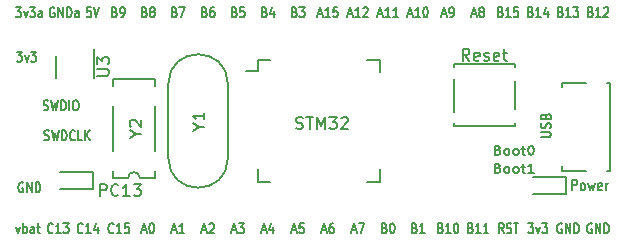
<source format=gto>
G04 #@! TF.FileFunction,Legend,Top*
%FSLAX46Y46*%
G04 Gerber Fmt 4.6, Leading zero omitted, Abs format (unit mm)*
G04 Created by KiCad (PCBNEW 4.0.6) date 10/14/17 17:52:05*
%MOMM*%
%LPD*%
G01*
G04 APERTURE LIST*
%ADD10C,0.150000*%
%ADD11C,0.187500*%
%ADD12C,0.175000*%
%ADD13C,0.200000*%
G04 APERTURE END LIST*
D10*
D11*
X58665724Y-24238229D02*
X59353819Y-24238229D01*
X59434771Y-24202514D01*
X59475248Y-24166800D01*
X59515724Y-24095371D01*
X59515724Y-23952514D01*
X59475248Y-23881086D01*
X59434771Y-23845371D01*
X59353819Y-23809657D01*
X58665724Y-23809657D01*
X59475248Y-23488229D02*
X59515724Y-23381086D01*
X59515724Y-23202515D01*
X59475248Y-23131086D01*
X59434771Y-23095372D01*
X59353819Y-23059657D01*
X59272867Y-23059657D01*
X59191914Y-23095372D01*
X59151438Y-23131086D01*
X59110962Y-23202515D01*
X59070486Y-23345372D01*
X59030010Y-23416800D01*
X58989533Y-23452515D01*
X58908581Y-23488229D01*
X58827629Y-23488229D01*
X58746676Y-23452515D01*
X58706200Y-23416800D01*
X58665724Y-23345372D01*
X58665724Y-23166800D01*
X58706200Y-23059657D01*
X59070486Y-22488229D02*
X59110962Y-22381086D01*
X59151438Y-22345371D01*
X59232390Y-22309657D01*
X59353819Y-22309657D01*
X59434771Y-22345371D01*
X59475248Y-22381086D01*
X59515724Y-22452514D01*
X59515724Y-22738229D01*
X58665724Y-22738229D01*
X58665724Y-22488229D01*
X58706200Y-22416800D01*
X58746676Y-22381086D01*
X58827629Y-22345371D01*
X58908581Y-22345371D01*
X58989533Y-22381086D01*
X59030010Y-22416800D01*
X59070486Y-22488229D01*
X59070486Y-22738229D01*
D12*
X14279667Y-17009724D02*
X14713000Y-17009724D01*
X14479667Y-17333533D01*
X14579667Y-17333533D01*
X14646334Y-17374010D01*
X14679667Y-17414486D01*
X14713000Y-17495438D01*
X14713000Y-17697819D01*
X14679667Y-17778771D01*
X14646334Y-17819248D01*
X14579667Y-17859724D01*
X14379667Y-17859724D01*
X14313000Y-17819248D01*
X14279667Y-17778771D01*
X14946334Y-17293057D02*
X15113001Y-17859724D01*
X15279667Y-17293057D01*
X15479667Y-17009724D02*
X15913000Y-17009724D01*
X15679667Y-17333533D01*
X15779667Y-17333533D01*
X15846334Y-17374010D01*
X15879667Y-17414486D01*
X15913000Y-17495438D01*
X15913000Y-17697819D01*
X15879667Y-17778771D01*
X15846334Y-17819248D01*
X15779667Y-17859724D01*
X15579667Y-17859724D01*
X15513000Y-17819248D01*
X15479667Y-17778771D01*
X16550667Y-21934048D02*
X16650667Y-21974524D01*
X16817334Y-21974524D01*
X16884001Y-21934048D01*
X16917334Y-21893571D01*
X16950667Y-21812619D01*
X16950667Y-21731667D01*
X16917334Y-21650714D01*
X16884001Y-21610238D01*
X16817334Y-21569762D01*
X16684001Y-21529286D01*
X16617334Y-21488810D01*
X16584001Y-21448333D01*
X16550667Y-21367381D01*
X16550667Y-21286429D01*
X16584001Y-21205476D01*
X16617334Y-21165000D01*
X16684001Y-21124524D01*
X16850667Y-21124524D01*
X16950667Y-21165000D01*
X17184001Y-21124524D02*
X17350668Y-21974524D01*
X17484001Y-21367381D01*
X17617334Y-21974524D01*
X17784001Y-21124524D01*
X18050668Y-21974524D02*
X18050668Y-21124524D01*
X18217334Y-21124524D01*
X18317334Y-21165000D01*
X18384001Y-21245952D01*
X18417334Y-21326905D01*
X18450668Y-21488810D01*
X18450668Y-21610238D01*
X18417334Y-21772143D01*
X18384001Y-21853095D01*
X18317334Y-21934048D01*
X18217334Y-21974524D01*
X18050668Y-21974524D01*
X18750668Y-21974524D02*
X18750668Y-21124524D01*
X19217334Y-21124524D02*
X19350667Y-21124524D01*
X19417334Y-21165000D01*
X19484001Y-21245952D01*
X19517334Y-21407857D01*
X19517334Y-21691190D01*
X19484001Y-21853095D01*
X19417334Y-21934048D01*
X19350667Y-21974524D01*
X19217334Y-21974524D01*
X19150667Y-21934048D01*
X19084001Y-21853095D01*
X19050667Y-21691190D01*
X19050667Y-21407857D01*
X19084001Y-21245952D01*
X19150667Y-21165000D01*
X19217334Y-21124524D01*
X16608666Y-24474048D02*
X16708666Y-24514524D01*
X16875333Y-24514524D01*
X16942000Y-24474048D01*
X16975333Y-24433571D01*
X17008666Y-24352619D01*
X17008666Y-24271667D01*
X16975333Y-24190714D01*
X16942000Y-24150238D01*
X16875333Y-24109762D01*
X16742000Y-24069286D01*
X16675333Y-24028810D01*
X16642000Y-23988333D01*
X16608666Y-23907381D01*
X16608666Y-23826429D01*
X16642000Y-23745476D01*
X16675333Y-23705000D01*
X16742000Y-23664524D01*
X16908666Y-23664524D01*
X17008666Y-23705000D01*
X17242000Y-23664524D02*
X17408667Y-24514524D01*
X17542000Y-23907381D01*
X17675333Y-24514524D01*
X17842000Y-23664524D01*
X18108667Y-24514524D02*
X18108667Y-23664524D01*
X18275333Y-23664524D01*
X18375333Y-23705000D01*
X18442000Y-23785952D01*
X18475333Y-23866905D01*
X18508667Y-24028810D01*
X18508667Y-24150238D01*
X18475333Y-24312143D01*
X18442000Y-24393095D01*
X18375333Y-24474048D01*
X18275333Y-24514524D01*
X18108667Y-24514524D01*
X19208667Y-24433571D02*
X19175333Y-24474048D01*
X19075333Y-24514524D01*
X19008667Y-24514524D01*
X18908667Y-24474048D01*
X18842000Y-24393095D01*
X18808667Y-24312143D01*
X18775333Y-24150238D01*
X18775333Y-24028810D01*
X18808667Y-23866905D01*
X18842000Y-23785952D01*
X18908667Y-23705000D01*
X19008667Y-23664524D01*
X19075333Y-23664524D01*
X19175333Y-23705000D01*
X19208667Y-23745476D01*
X19842000Y-24514524D02*
X19508667Y-24514524D01*
X19508667Y-23664524D01*
X20075334Y-24514524D02*
X20075334Y-23664524D01*
X20475334Y-24514524D02*
X20175334Y-24028810D01*
X20475334Y-23664524D02*
X20075334Y-24150238D01*
X14808267Y-28124600D02*
X14741601Y-28084124D01*
X14641601Y-28084124D01*
X14541601Y-28124600D01*
X14474934Y-28205552D01*
X14441601Y-28286505D01*
X14408267Y-28448410D01*
X14408267Y-28569838D01*
X14441601Y-28731743D01*
X14474934Y-28812695D01*
X14541601Y-28893648D01*
X14641601Y-28934124D01*
X14708267Y-28934124D01*
X14808267Y-28893648D01*
X14841601Y-28853171D01*
X14841601Y-28569838D01*
X14708267Y-28569838D01*
X15141601Y-28934124D02*
X15141601Y-28084124D01*
X15541601Y-28934124D01*
X15541601Y-28084124D01*
X15874934Y-28934124D02*
X15874934Y-28084124D01*
X16041600Y-28084124D01*
X16141600Y-28124600D01*
X16208267Y-28205552D01*
X16241600Y-28286505D01*
X16274934Y-28448410D01*
X16274934Y-28569838D01*
X16241600Y-28731743D01*
X16208267Y-28812695D01*
X16141600Y-28893648D01*
X16041600Y-28934124D01*
X15874934Y-28934124D01*
D13*
X21323514Y-29230581D02*
X21323514Y-28230581D01*
X21704467Y-28230581D01*
X21799705Y-28278200D01*
X21847324Y-28325819D01*
X21894943Y-28421057D01*
X21894943Y-28563914D01*
X21847324Y-28659152D01*
X21799705Y-28706771D01*
X21704467Y-28754390D01*
X21323514Y-28754390D01*
X22894943Y-29135343D02*
X22847324Y-29182962D01*
X22704467Y-29230581D01*
X22609229Y-29230581D01*
X22466371Y-29182962D01*
X22371133Y-29087724D01*
X22323514Y-28992486D01*
X22275895Y-28802010D01*
X22275895Y-28659152D01*
X22323514Y-28468676D01*
X22371133Y-28373438D01*
X22466371Y-28278200D01*
X22609229Y-28230581D01*
X22704467Y-28230581D01*
X22847324Y-28278200D01*
X22894943Y-28325819D01*
X23847324Y-29230581D02*
X23275895Y-29230581D01*
X23561609Y-29230581D02*
X23561609Y-28230581D01*
X23466371Y-28373438D01*
X23371133Y-28468676D01*
X23275895Y-28516295D01*
X24180657Y-28230581D02*
X24799705Y-28230581D01*
X24466371Y-28611533D01*
X24609229Y-28611533D01*
X24704467Y-28659152D01*
X24752086Y-28706771D01*
X24799705Y-28802010D01*
X24799705Y-29040105D01*
X24752086Y-29135343D01*
X24704467Y-29182962D01*
X24609229Y-29230581D01*
X24323514Y-29230581D01*
X24228276Y-29182962D01*
X24180657Y-29135343D01*
D11*
X61306657Y-28730924D02*
X61306657Y-27880924D01*
X61592372Y-27880924D01*
X61663800Y-27921400D01*
X61699515Y-27961876D01*
X61735229Y-28042829D01*
X61735229Y-28164257D01*
X61699515Y-28245210D01*
X61663800Y-28285686D01*
X61592372Y-28326162D01*
X61306657Y-28326162D01*
X62163800Y-28730924D02*
X62092372Y-28690448D01*
X62056657Y-28649971D01*
X62020943Y-28569019D01*
X62020943Y-28326162D01*
X62056657Y-28245210D01*
X62092372Y-28204733D01*
X62163800Y-28164257D01*
X62270943Y-28164257D01*
X62342372Y-28204733D01*
X62378086Y-28245210D01*
X62413800Y-28326162D01*
X62413800Y-28569019D01*
X62378086Y-28649971D01*
X62342372Y-28690448D01*
X62270943Y-28730924D01*
X62163800Y-28730924D01*
X62663800Y-28164257D02*
X62806657Y-28730924D01*
X62949514Y-28326162D01*
X63092371Y-28730924D01*
X63235228Y-28164257D01*
X63806657Y-28690448D02*
X63735228Y-28730924D01*
X63592371Y-28730924D01*
X63520942Y-28690448D01*
X63485228Y-28609495D01*
X63485228Y-28285686D01*
X63520942Y-28204733D01*
X63592371Y-28164257D01*
X63735228Y-28164257D01*
X63806657Y-28204733D01*
X63842371Y-28285686D01*
X63842371Y-28366638D01*
X63485228Y-28447590D01*
X64163799Y-28730924D02*
X64163799Y-28164257D01*
X64163799Y-28326162D02*
X64199514Y-28245210D01*
X64235228Y-28204733D01*
X64306657Y-28164257D01*
X64378085Y-28164257D01*
X55032047Y-26870429D02*
X55153476Y-26906143D01*
X55193952Y-26941857D01*
X55234428Y-27013286D01*
X55234428Y-27120429D01*
X55193952Y-27191857D01*
X55153476Y-27227571D01*
X55072523Y-27263286D01*
X54748714Y-27263286D01*
X54748714Y-26513286D01*
X55032047Y-26513286D01*
X55113000Y-26549000D01*
X55153476Y-26584714D01*
X55193952Y-26656143D01*
X55193952Y-26727571D01*
X55153476Y-26799000D01*
X55113000Y-26834714D01*
X55032047Y-26870429D01*
X54748714Y-26870429D01*
X55720143Y-27263286D02*
X55639190Y-27227571D01*
X55598714Y-27191857D01*
X55558238Y-27120429D01*
X55558238Y-26906143D01*
X55598714Y-26834714D01*
X55639190Y-26799000D01*
X55720143Y-26763286D01*
X55841571Y-26763286D01*
X55922523Y-26799000D01*
X55963000Y-26834714D01*
X56003476Y-26906143D01*
X56003476Y-27120429D01*
X55963000Y-27191857D01*
X55922523Y-27227571D01*
X55841571Y-27263286D01*
X55720143Y-27263286D01*
X56489191Y-27263286D02*
X56408238Y-27227571D01*
X56367762Y-27191857D01*
X56327286Y-27120429D01*
X56327286Y-26906143D01*
X56367762Y-26834714D01*
X56408238Y-26799000D01*
X56489191Y-26763286D01*
X56610619Y-26763286D01*
X56691571Y-26799000D01*
X56732048Y-26834714D01*
X56772524Y-26906143D01*
X56772524Y-27120429D01*
X56732048Y-27191857D01*
X56691571Y-27227571D01*
X56610619Y-27263286D01*
X56489191Y-27263286D01*
X57015381Y-26763286D02*
X57339191Y-26763286D01*
X57136810Y-26513286D02*
X57136810Y-27156143D01*
X57177286Y-27227571D01*
X57258239Y-27263286D01*
X57339191Y-27263286D01*
X58067762Y-27263286D02*
X57582048Y-27263286D01*
X57824905Y-27263286D02*
X57824905Y-26513286D01*
X57743953Y-26620429D01*
X57663000Y-26691857D01*
X57582048Y-26727571D01*
X55032047Y-25346429D02*
X55153476Y-25382143D01*
X55193952Y-25417857D01*
X55234428Y-25489286D01*
X55234428Y-25596429D01*
X55193952Y-25667857D01*
X55153476Y-25703571D01*
X55072523Y-25739286D01*
X54748714Y-25739286D01*
X54748714Y-24989286D01*
X55032047Y-24989286D01*
X55113000Y-25025000D01*
X55153476Y-25060714D01*
X55193952Y-25132143D01*
X55193952Y-25203571D01*
X55153476Y-25275000D01*
X55113000Y-25310714D01*
X55032047Y-25346429D01*
X54748714Y-25346429D01*
X55720143Y-25739286D02*
X55639190Y-25703571D01*
X55598714Y-25667857D01*
X55558238Y-25596429D01*
X55558238Y-25382143D01*
X55598714Y-25310714D01*
X55639190Y-25275000D01*
X55720143Y-25239286D01*
X55841571Y-25239286D01*
X55922523Y-25275000D01*
X55963000Y-25310714D01*
X56003476Y-25382143D01*
X56003476Y-25596429D01*
X55963000Y-25667857D01*
X55922523Y-25703571D01*
X55841571Y-25739286D01*
X55720143Y-25739286D01*
X56489191Y-25739286D02*
X56408238Y-25703571D01*
X56367762Y-25667857D01*
X56327286Y-25596429D01*
X56327286Y-25382143D01*
X56367762Y-25310714D01*
X56408238Y-25275000D01*
X56489191Y-25239286D01*
X56610619Y-25239286D01*
X56691571Y-25275000D01*
X56732048Y-25310714D01*
X56772524Y-25382143D01*
X56772524Y-25596429D01*
X56732048Y-25667857D01*
X56691571Y-25703571D01*
X56610619Y-25739286D01*
X56489191Y-25739286D01*
X57015381Y-25239286D02*
X57339191Y-25239286D01*
X57136810Y-24989286D02*
X57136810Y-25632143D01*
X57177286Y-25703571D01*
X57258239Y-25739286D01*
X57339191Y-25739286D01*
X57784429Y-24989286D02*
X57865381Y-24989286D01*
X57946333Y-25025000D01*
X57986810Y-25060714D01*
X58027286Y-25132143D01*
X58067762Y-25275000D01*
X58067762Y-25453571D01*
X58027286Y-25596429D01*
X57986810Y-25667857D01*
X57946333Y-25703571D01*
X57865381Y-25739286D01*
X57784429Y-25739286D01*
X57703476Y-25703571D01*
X57663000Y-25667857D01*
X57622524Y-25596429D01*
X57582048Y-25453571D01*
X57582048Y-25275000D01*
X57622524Y-25132143D01*
X57663000Y-25060714D01*
X57703476Y-25025000D01*
X57784429Y-24989286D01*
D13*
X52609905Y-17775181D02*
X52276571Y-17298990D01*
X52038476Y-17775181D02*
X52038476Y-16775181D01*
X52419429Y-16775181D01*
X52514667Y-16822800D01*
X52562286Y-16870419D01*
X52609905Y-16965657D01*
X52609905Y-17108514D01*
X52562286Y-17203752D01*
X52514667Y-17251371D01*
X52419429Y-17298990D01*
X52038476Y-17298990D01*
X53419429Y-17727562D02*
X53324191Y-17775181D01*
X53133714Y-17775181D01*
X53038476Y-17727562D01*
X52990857Y-17632324D01*
X52990857Y-17251371D01*
X53038476Y-17156133D01*
X53133714Y-17108514D01*
X53324191Y-17108514D01*
X53419429Y-17156133D01*
X53467048Y-17251371D01*
X53467048Y-17346610D01*
X52990857Y-17441848D01*
X53848000Y-17727562D02*
X53943238Y-17775181D01*
X54133714Y-17775181D01*
X54228953Y-17727562D01*
X54276572Y-17632324D01*
X54276572Y-17584705D01*
X54228953Y-17489467D01*
X54133714Y-17441848D01*
X53990857Y-17441848D01*
X53895619Y-17394229D01*
X53848000Y-17298990D01*
X53848000Y-17251371D01*
X53895619Y-17156133D01*
X53990857Y-17108514D01*
X54133714Y-17108514D01*
X54228953Y-17156133D01*
X55086096Y-17727562D02*
X54990858Y-17775181D01*
X54800381Y-17775181D01*
X54705143Y-17727562D01*
X54657524Y-17632324D01*
X54657524Y-17251371D01*
X54705143Y-17156133D01*
X54800381Y-17108514D01*
X54990858Y-17108514D01*
X55086096Y-17156133D01*
X55133715Y-17251371D01*
X55133715Y-17346610D01*
X54657524Y-17441848D01*
X55419429Y-17108514D02*
X55800381Y-17108514D01*
X55562286Y-16775181D02*
X55562286Y-17632324D01*
X55609905Y-17727562D01*
X55705143Y-17775181D01*
X55800381Y-17775181D01*
D12*
X62883333Y-13655286D02*
X62983333Y-13695762D01*
X63016666Y-13736238D01*
X63050000Y-13817190D01*
X63050000Y-13938619D01*
X63016666Y-14019571D01*
X62983333Y-14060048D01*
X62916666Y-14100524D01*
X62650000Y-14100524D01*
X62650000Y-13250524D01*
X62883333Y-13250524D01*
X62950000Y-13291000D01*
X62983333Y-13331476D01*
X63016666Y-13412429D01*
X63016666Y-13493381D01*
X62983333Y-13574333D01*
X62950000Y-13614810D01*
X62883333Y-13655286D01*
X62650000Y-13655286D01*
X63716666Y-14100524D02*
X63316666Y-14100524D01*
X63516666Y-14100524D02*
X63516666Y-13250524D01*
X63450000Y-13371952D01*
X63383333Y-13452905D01*
X63316666Y-13493381D01*
X63983333Y-13331476D02*
X64016667Y-13291000D01*
X64083333Y-13250524D01*
X64250000Y-13250524D01*
X64316667Y-13291000D01*
X64350000Y-13331476D01*
X64383333Y-13412429D01*
X64383333Y-13493381D01*
X64350000Y-13614810D01*
X63950000Y-14100524D01*
X64383333Y-14100524D01*
X60343333Y-13655286D02*
X60443333Y-13695762D01*
X60476666Y-13736238D01*
X60510000Y-13817190D01*
X60510000Y-13938619D01*
X60476666Y-14019571D01*
X60443333Y-14060048D01*
X60376666Y-14100524D01*
X60110000Y-14100524D01*
X60110000Y-13250524D01*
X60343333Y-13250524D01*
X60410000Y-13291000D01*
X60443333Y-13331476D01*
X60476666Y-13412429D01*
X60476666Y-13493381D01*
X60443333Y-13574333D01*
X60410000Y-13614810D01*
X60343333Y-13655286D01*
X60110000Y-13655286D01*
X61176666Y-14100524D02*
X60776666Y-14100524D01*
X60976666Y-14100524D02*
X60976666Y-13250524D01*
X60910000Y-13371952D01*
X60843333Y-13452905D01*
X60776666Y-13493381D01*
X61410000Y-13250524D02*
X61843333Y-13250524D01*
X61610000Y-13574333D01*
X61710000Y-13574333D01*
X61776667Y-13614810D01*
X61810000Y-13655286D01*
X61843333Y-13736238D01*
X61843333Y-13938619D01*
X61810000Y-14019571D01*
X61776667Y-14060048D01*
X61710000Y-14100524D01*
X61510000Y-14100524D01*
X61443333Y-14060048D01*
X61410000Y-14019571D01*
X57803333Y-13655286D02*
X57903333Y-13695762D01*
X57936666Y-13736238D01*
X57970000Y-13817190D01*
X57970000Y-13938619D01*
X57936666Y-14019571D01*
X57903333Y-14060048D01*
X57836666Y-14100524D01*
X57570000Y-14100524D01*
X57570000Y-13250524D01*
X57803333Y-13250524D01*
X57870000Y-13291000D01*
X57903333Y-13331476D01*
X57936666Y-13412429D01*
X57936666Y-13493381D01*
X57903333Y-13574333D01*
X57870000Y-13614810D01*
X57803333Y-13655286D01*
X57570000Y-13655286D01*
X58636666Y-14100524D02*
X58236666Y-14100524D01*
X58436666Y-14100524D02*
X58436666Y-13250524D01*
X58370000Y-13371952D01*
X58303333Y-13452905D01*
X58236666Y-13493381D01*
X59236667Y-13533857D02*
X59236667Y-14100524D01*
X59070000Y-13210048D02*
X58903333Y-13817190D01*
X59336667Y-13817190D01*
X55263333Y-13655286D02*
X55363333Y-13695762D01*
X55396666Y-13736238D01*
X55430000Y-13817190D01*
X55430000Y-13938619D01*
X55396666Y-14019571D01*
X55363333Y-14060048D01*
X55296666Y-14100524D01*
X55030000Y-14100524D01*
X55030000Y-13250524D01*
X55263333Y-13250524D01*
X55330000Y-13291000D01*
X55363333Y-13331476D01*
X55396666Y-13412429D01*
X55396666Y-13493381D01*
X55363333Y-13574333D01*
X55330000Y-13614810D01*
X55263333Y-13655286D01*
X55030000Y-13655286D01*
X56096666Y-14100524D02*
X55696666Y-14100524D01*
X55896666Y-14100524D02*
X55896666Y-13250524D01*
X55830000Y-13371952D01*
X55763333Y-13452905D01*
X55696666Y-13493381D01*
X56730000Y-13250524D02*
X56396667Y-13250524D01*
X56363333Y-13655286D01*
X56396667Y-13614810D01*
X56463333Y-13574333D01*
X56630000Y-13574333D01*
X56696667Y-13614810D01*
X56730000Y-13655286D01*
X56763333Y-13736238D01*
X56763333Y-13938619D01*
X56730000Y-14019571D01*
X56696667Y-14060048D01*
X56630000Y-14100524D01*
X56463333Y-14100524D01*
X56396667Y-14060048D01*
X56363333Y-14019571D01*
X52840000Y-13857667D02*
X53173334Y-13857667D01*
X52773334Y-14100524D02*
X53006667Y-13250524D01*
X53240000Y-14100524D01*
X53573334Y-13614810D02*
X53506667Y-13574333D01*
X53473334Y-13533857D01*
X53440000Y-13452905D01*
X53440000Y-13412429D01*
X53473334Y-13331476D01*
X53506667Y-13291000D01*
X53573334Y-13250524D01*
X53706667Y-13250524D01*
X53773334Y-13291000D01*
X53806667Y-13331476D01*
X53840000Y-13412429D01*
X53840000Y-13452905D01*
X53806667Y-13533857D01*
X53773334Y-13574333D01*
X53706667Y-13614810D01*
X53573334Y-13614810D01*
X53506667Y-13655286D01*
X53473334Y-13695762D01*
X53440000Y-13776714D01*
X53440000Y-13938619D01*
X53473334Y-14019571D01*
X53506667Y-14060048D01*
X53573334Y-14100524D01*
X53706667Y-14100524D01*
X53773334Y-14060048D01*
X53806667Y-14019571D01*
X53840000Y-13938619D01*
X53840000Y-13776714D01*
X53806667Y-13695762D01*
X53773334Y-13655286D01*
X53706667Y-13614810D01*
X50300000Y-13857667D02*
X50633334Y-13857667D01*
X50233334Y-14100524D02*
X50466667Y-13250524D01*
X50700000Y-14100524D01*
X50966667Y-14100524D02*
X51100000Y-14100524D01*
X51166667Y-14060048D01*
X51200000Y-14019571D01*
X51266667Y-13898143D01*
X51300000Y-13736238D01*
X51300000Y-13412429D01*
X51266667Y-13331476D01*
X51233334Y-13291000D01*
X51166667Y-13250524D01*
X51033334Y-13250524D01*
X50966667Y-13291000D01*
X50933334Y-13331476D01*
X50900000Y-13412429D01*
X50900000Y-13614810D01*
X50933334Y-13695762D01*
X50966667Y-13736238D01*
X51033334Y-13776714D01*
X51166667Y-13776714D01*
X51233334Y-13736238D01*
X51266667Y-13695762D01*
X51300000Y-13614810D01*
X47426666Y-13857667D02*
X47760000Y-13857667D01*
X47360000Y-14100524D02*
X47593333Y-13250524D01*
X47826666Y-14100524D01*
X48426666Y-14100524D02*
X48026666Y-14100524D01*
X48226666Y-14100524D02*
X48226666Y-13250524D01*
X48160000Y-13371952D01*
X48093333Y-13452905D01*
X48026666Y-13493381D01*
X48860000Y-13250524D02*
X48926667Y-13250524D01*
X48993333Y-13291000D01*
X49026667Y-13331476D01*
X49060000Y-13412429D01*
X49093333Y-13574333D01*
X49093333Y-13776714D01*
X49060000Y-13938619D01*
X49026667Y-14019571D01*
X48993333Y-14060048D01*
X48926667Y-14100524D01*
X48860000Y-14100524D01*
X48793333Y-14060048D01*
X48760000Y-14019571D01*
X48726667Y-13938619D01*
X48693333Y-13776714D01*
X48693333Y-13574333D01*
X48726667Y-13412429D01*
X48760000Y-13331476D01*
X48793333Y-13291000D01*
X48860000Y-13250524D01*
X44886666Y-13857667D02*
X45220000Y-13857667D01*
X44820000Y-14100524D02*
X45053333Y-13250524D01*
X45286666Y-14100524D01*
X45886666Y-14100524D02*
X45486666Y-14100524D01*
X45686666Y-14100524D02*
X45686666Y-13250524D01*
X45620000Y-13371952D01*
X45553333Y-13452905D01*
X45486666Y-13493381D01*
X46553333Y-14100524D02*
X46153333Y-14100524D01*
X46353333Y-14100524D02*
X46353333Y-13250524D01*
X46286667Y-13371952D01*
X46220000Y-13452905D01*
X46153333Y-13493381D01*
X42346666Y-13857667D02*
X42680000Y-13857667D01*
X42280000Y-14100524D02*
X42513333Y-13250524D01*
X42746666Y-14100524D01*
X43346666Y-14100524D02*
X42946666Y-14100524D01*
X43146666Y-14100524D02*
X43146666Y-13250524D01*
X43080000Y-13371952D01*
X43013333Y-13452905D01*
X42946666Y-13493381D01*
X43613333Y-13331476D02*
X43646667Y-13291000D01*
X43713333Y-13250524D01*
X43880000Y-13250524D01*
X43946667Y-13291000D01*
X43980000Y-13331476D01*
X44013333Y-13412429D01*
X44013333Y-13493381D01*
X43980000Y-13614810D01*
X43580000Y-14100524D01*
X44013333Y-14100524D01*
X39806666Y-13857667D02*
X40140000Y-13857667D01*
X39740000Y-14100524D02*
X39973333Y-13250524D01*
X40206666Y-14100524D01*
X40806666Y-14100524D02*
X40406666Y-14100524D01*
X40606666Y-14100524D02*
X40606666Y-13250524D01*
X40540000Y-13371952D01*
X40473333Y-13452905D01*
X40406666Y-13493381D01*
X41440000Y-13250524D02*
X41106667Y-13250524D01*
X41073333Y-13655286D01*
X41106667Y-13614810D01*
X41173333Y-13574333D01*
X41340000Y-13574333D01*
X41406667Y-13614810D01*
X41440000Y-13655286D01*
X41473333Y-13736238D01*
X41473333Y-13938619D01*
X41440000Y-14019571D01*
X41406667Y-14060048D01*
X41340000Y-14100524D01*
X41173333Y-14100524D01*
X41106667Y-14060048D01*
X41073333Y-14019571D01*
X37816667Y-13655286D02*
X37916667Y-13695762D01*
X37950000Y-13736238D01*
X37983334Y-13817190D01*
X37983334Y-13938619D01*
X37950000Y-14019571D01*
X37916667Y-14060048D01*
X37850000Y-14100524D01*
X37583334Y-14100524D01*
X37583334Y-13250524D01*
X37816667Y-13250524D01*
X37883334Y-13291000D01*
X37916667Y-13331476D01*
X37950000Y-13412429D01*
X37950000Y-13493381D01*
X37916667Y-13574333D01*
X37883334Y-13614810D01*
X37816667Y-13655286D01*
X37583334Y-13655286D01*
X38216667Y-13250524D02*
X38650000Y-13250524D01*
X38416667Y-13574333D01*
X38516667Y-13574333D01*
X38583334Y-13614810D01*
X38616667Y-13655286D01*
X38650000Y-13736238D01*
X38650000Y-13938619D01*
X38616667Y-14019571D01*
X38583334Y-14060048D01*
X38516667Y-14100524D01*
X38316667Y-14100524D01*
X38250000Y-14060048D01*
X38216667Y-14019571D01*
X35276667Y-13655286D02*
X35376667Y-13695762D01*
X35410000Y-13736238D01*
X35443334Y-13817190D01*
X35443334Y-13938619D01*
X35410000Y-14019571D01*
X35376667Y-14060048D01*
X35310000Y-14100524D01*
X35043334Y-14100524D01*
X35043334Y-13250524D01*
X35276667Y-13250524D01*
X35343334Y-13291000D01*
X35376667Y-13331476D01*
X35410000Y-13412429D01*
X35410000Y-13493381D01*
X35376667Y-13574333D01*
X35343334Y-13614810D01*
X35276667Y-13655286D01*
X35043334Y-13655286D01*
X36043334Y-13533857D02*
X36043334Y-14100524D01*
X35876667Y-13210048D02*
X35710000Y-13817190D01*
X36143334Y-13817190D01*
X32736667Y-13655286D02*
X32836667Y-13695762D01*
X32870000Y-13736238D01*
X32903334Y-13817190D01*
X32903334Y-13938619D01*
X32870000Y-14019571D01*
X32836667Y-14060048D01*
X32770000Y-14100524D01*
X32503334Y-14100524D01*
X32503334Y-13250524D01*
X32736667Y-13250524D01*
X32803334Y-13291000D01*
X32836667Y-13331476D01*
X32870000Y-13412429D01*
X32870000Y-13493381D01*
X32836667Y-13574333D01*
X32803334Y-13614810D01*
X32736667Y-13655286D01*
X32503334Y-13655286D01*
X33536667Y-13250524D02*
X33203334Y-13250524D01*
X33170000Y-13655286D01*
X33203334Y-13614810D01*
X33270000Y-13574333D01*
X33436667Y-13574333D01*
X33503334Y-13614810D01*
X33536667Y-13655286D01*
X33570000Y-13736238D01*
X33570000Y-13938619D01*
X33536667Y-14019571D01*
X33503334Y-14060048D01*
X33436667Y-14100524D01*
X33270000Y-14100524D01*
X33203334Y-14060048D01*
X33170000Y-14019571D01*
X30196667Y-13655286D02*
X30296667Y-13695762D01*
X30330000Y-13736238D01*
X30363334Y-13817190D01*
X30363334Y-13938619D01*
X30330000Y-14019571D01*
X30296667Y-14060048D01*
X30230000Y-14100524D01*
X29963334Y-14100524D01*
X29963334Y-13250524D01*
X30196667Y-13250524D01*
X30263334Y-13291000D01*
X30296667Y-13331476D01*
X30330000Y-13412429D01*
X30330000Y-13493381D01*
X30296667Y-13574333D01*
X30263334Y-13614810D01*
X30196667Y-13655286D01*
X29963334Y-13655286D01*
X30963334Y-13250524D02*
X30830000Y-13250524D01*
X30763334Y-13291000D01*
X30730000Y-13331476D01*
X30663334Y-13452905D01*
X30630000Y-13614810D01*
X30630000Y-13938619D01*
X30663334Y-14019571D01*
X30696667Y-14060048D01*
X30763334Y-14100524D01*
X30896667Y-14100524D01*
X30963334Y-14060048D01*
X30996667Y-14019571D01*
X31030000Y-13938619D01*
X31030000Y-13736238D01*
X30996667Y-13655286D01*
X30963334Y-13614810D01*
X30896667Y-13574333D01*
X30763334Y-13574333D01*
X30696667Y-13614810D01*
X30663334Y-13655286D01*
X30630000Y-13736238D01*
X27656667Y-13655286D02*
X27756667Y-13695762D01*
X27790000Y-13736238D01*
X27823334Y-13817190D01*
X27823334Y-13938619D01*
X27790000Y-14019571D01*
X27756667Y-14060048D01*
X27690000Y-14100524D01*
X27423334Y-14100524D01*
X27423334Y-13250524D01*
X27656667Y-13250524D01*
X27723334Y-13291000D01*
X27756667Y-13331476D01*
X27790000Y-13412429D01*
X27790000Y-13493381D01*
X27756667Y-13574333D01*
X27723334Y-13614810D01*
X27656667Y-13655286D01*
X27423334Y-13655286D01*
X28056667Y-13250524D02*
X28523334Y-13250524D01*
X28223334Y-14100524D01*
X25116667Y-13655286D02*
X25216667Y-13695762D01*
X25250000Y-13736238D01*
X25283334Y-13817190D01*
X25283334Y-13938619D01*
X25250000Y-14019571D01*
X25216667Y-14060048D01*
X25150000Y-14100524D01*
X24883334Y-14100524D01*
X24883334Y-13250524D01*
X25116667Y-13250524D01*
X25183334Y-13291000D01*
X25216667Y-13331476D01*
X25250000Y-13412429D01*
X25250000Y-13493381D01*
X25216667Y-13574333D01*
X25183334Y-13614810D01*
X25116667Y-13655286D01*
X24883334Y-13655286D01*
X25683334Y-13614810D02*
X25616667Y-13574333D01*
X25583334Y-13533857D01*
X25550000Y-13452905D01*
X25550000Y-13412429D01*
X25583334Y-13331476D01*
X25616667Y-13291000D01*
X25683334Y-13250524D01*
X25816667Y-13250524D01*
X25883334Y-13291000D01*
X25916667Y-13331476D01*
X25950000Y-13412429D01*
X25950000Y-13452905D01*
X25916667Y-13533857D01*
X25883334Y-13574333D01*
X25816667Y-13614810D01*
X25683334Y-13614810D01*
X25616667Y-13655286D01*
X25583334Y-13695762D01*
X25550000Y-13776714D01*
X25550000Y-13938619D01*
X25583334Y-14019571D01*
X25616667Y-14060048D01*
X25683334Y-14100524D01*
X25816667Y-14100524D01*
X25883334Y-14060048D01*
X25916667Y-14019571D01*
X25950000Y-13938619D01*
X25950000Y-13776714D01*
X25916667Y-13695762D01*
X25883334Y-13655286D01*
X25816667Y-13614810D01*
X22576667Y-13655286D02*
X22676667Y-13695762D01*
X22710000Y-13736238D01*
X22743334Y-13817190D01*
X22743334Y-13938619D01*
X22710000Y-14019571D01*
X22676667Y-14060048D01*
X22610000Y-14100524D01*
X22343334Y-14100524D01*
X22343334Y-13250524D01*
X22576667Y-13250524D01*
X22643334Y-13291000D01*
X22676667Y-13331476D01*
X22710000Y-13412429D01*
X22710000Y-13493381D01*
X22676667Y-13574333D01*
X22643334Y-13614810D01*
X22576667Y-13655286D01*
X22343334Y-13655286D01*
X23076667Y-14100524D02*
X23210000Y-14100524D01*
X23276667Y-14060048D01*
X23310000Y-14019571D01*
X23376667Y-13898143D01*
X23410000Y-13736238D01*
X23410000Y-13412429D01*
X23376667Y-13331476D01*
X23343334Y-13291000D01*
X23276667Y-13250524D01*
X23143334Y-13250524D01*
X23076667Y-13291000D01*
X23043334Y-13331476D01*
X23010000Y-13412429D01*
X23010000Y-13614810D01*
X23043334Y-13695762D01*
X23076667Y-13736238D01*
X23143334Y-13776714D01*
X23276667Y-13776714D01*
X23343334Y-13736238D01*
X23376667Y-13695762D01*
X23410000Y-13614810D01*
X20567667Y-13250524D02*
X20234334Y-13250524D01*
X20201000Y-13655286D01*
X20234334Y-13614810D01*
X20301000Y-13574333D01*
X20467667Y-13574333D01*
X20534334Y-13614810D01*
X20567667Y-13655286D01*
X20601000Y-13736238D01*
X20601000Y-13938619D01*
X20567667Y-14019571D01*
X20534334Y-14060048D01*
X20467667Y-14100524D01*
X20301000Y-14100524D01*
X20234334Y-14060048D01*
X20201000Y-14019571D01*
X20801001Y-13250524D02*
X21034334Y-14100524D01*
X21267667Y-13250524D01*
X17463400Y-13291000D02*
X17396734Y-13250524D01*
X17296734Y-13250524D01*
X17196734Y-13291000D01*
X17130067Y-13371952D01*
X17096734Y-13452905D01*
X17063400Y-13614810D01*
X17063400Y-13736238D01*
X17096734Y-13898143D01*
X17130067Y-13979095D01*
X17196734Y-14060048D01*
X17296734Y-14100524D01*
X17363400Y-14100524D01*
X17463400Y-14060048D01*
X17496734Y-14019571D01*
X17496734Y-13736238D01*
X17363400Y-13736238D01*
X17796734Y-14100524D02*
X17796734Y-13250524D01*
X18196734Y-14100524D01*
X18196734Y-13250524D01*
X18530067Y-14100524D02*
X18530067Y-13250524D01*
X18696733Y-13250524D01*
X18796733Y-13291000D01*
X18863400Y-13371952D01*
X18896733Y-13452905D01*
X18930067Y-13614810D01*
X18930067Y-13736238D01*
X18896733Y-13898143D01*
X18863400Y-13979095D01*
X18796733Y-14060048D01*
X18696733Y-14100524D01*
X18530067Y-14100524D01*
X19530067Y-14100524D02*
X19530067Y-13655286D01*
X19496733Y-13574333D01*
X19430067Y-13533857D01*
X19296733Y-13533857D01*
X19230067Y-13574333D01*
X19530067Y-14060048D02*
X19463400Y-14100524D01*
X19296733Y-14100524D01*
X19230067Y-14060048D01*
X19196733Y-13979095D01*
X19196733Y-13898143D01*
X19230067Y-13817190D01*
X19296733Y-13776714D01*
X19463400Y-13776714D01*
X19530067Y-13736238D01*
X14217000Y-13250524D02*
X14650333Y-13250524D01*
X14417000Y-13574333D01*
X14517000Y-13574333D01*
X14583667Y-13614810D01*
X14617000Y-13655286D01*
X14650333Y-13736238D01*
X14650333Y-13938619D01*
X14617000Y-14019571D01*
X14583667Y-14060048D01*
X14517000Y-14100524D01*
X14317000Y-14100524D01*
X14250333Y-14060048D01*
X14217000Y-14019571D01*
X14883667Y-13533857D02*
X15050334Y-14100524D01*
X15217000Y-13533857D01*
X15417000Y-13250524D02*
X15850333Y-13250524D01*
X15617000Y-13574333D01*
X15717000Y-13574333D01*
X15783667Y-13614810D01*
X15817000Y-13655286D01*
X15850333Y-13736238D01*
X15850333Y-13938619D01*
X15817000Y-14019571D01*
X15783667Y-14060048D01*
X15717000Y-14100524D01*
X15517000Y-14100524D01*
X15450333Y-14060048D01*
X15417000Y-14019571D01*
X16450334Y-14100524D02*
X16450334Y-13655286D01*
X16417000Y-13574333D01*
X16350334Y-13533857D01*
X16217000Y-13533857D01*
X16150334Y-13574333D01*
X16450334Y-14060048D02*
X16383667Y-14100524D01*
X16217000Y-14100524D01*
X16150334Y-14060048D01*
X16117000Y-13979095D01*
X16117000Y-13898143D01*
X16150334Y-13817190D01*
X16217000Y-13776714D01*
X16383667Y-13776714D01*
X16450334Y-13736238D01*
X62966667Y-31579000D02*
X62900001Y-31538524D01*
X62800001Y-31538524D01*
X62700001Y-31579000D01*
X62633334Y-31659952D01*
X62600001Y-31740905D01*
X62566667Y-31902810D01*
X62566667Y-32024238D01*
X62600001Y-32186143D01*
X62633334Y-32267095D01*
X62700001Y-32348048D01*
X62800001Y-32388524D01*
X62866667Y-32388524D01*
X62966667Y-32348048D01*
X63000001Y-32307571D01*
X63000001Y-32024238D01*
X62866667Y-32024238D01*
X63300001Y-32388524D02*
X63300001Y-31538524D01*
X63700001Y-32388524D01*
X63700001Y-31538524D01*
X64033334Y-32388524D02*
X64033334Y-31538524D01*
X64200000Y-31538524D01*
X64300000Y-31579000D01*
X64366667Y-31659952D01*
X64400000Y-31740905D01*
X64433334Y-31902810D01*
X64433334Y-32024238D01*
X64400000Y-32186143D01*
X64366667Y-32267095D01*
X64300000Y-32348048D01*
X64200000Y-32388524D01*
X64033334Y-32388524D01*
X60426667Y-31579000D02*
X60360001Y-31538524D01*
X60260001Y-31538524D01*
X60160001Y-31579000D01*
X60093334Y-31659952D01*
X60060001Y-31740905D01*
X60026667Y-31902810D01*
X60026667Y-32024238D01*
X60060001Y-32186143D01*
X60093334Y-32267095D01*
X60160001Y-32348048D01*
X60260001Y-32388524D01*
X60326667Y-32388524D01*
X60426667Y-32348048D01*
X60460001Y-32307571D01*
X60460001Y-32024238D01*
X60326667Y-32024238D01*
X60760001Y-32388524D02*
X60760001Y-31538524D01*
X61160001Y-32388524D01*
X61160001Y-31538524D01*
X61493334Y-32388524D02*
X61493334Y-31538524D01*
X61660000Y-31538524D01*
X61760000Y-31579000D01*
X61826667Y-31659952D01*
X61860000Y-31740905D01*
X61893334Y-31902810D01*
X61893334Y-32024238D01*
X61860000Y-32186143D01*
X61826667Y-32267095D01*
X61760000Y-32348048D01*
X61660000Y-32388524D01*
X61493334Y-32388524D01*
X57586667Y-31538524D02*
X58020000Y-31538524D01*
X57786667Y-31862333D01*
X57886667Y-31862333D01*
X57953334Y-31902810D01*
X57986667Y-31943286D01*
X58020000Y-32024238D01*
X58020000Y-32226619D01*
X57986667Y-32307571D01*
X57953334Y-32348048D01*
X57886667Y-32388524D01*
X57686667Y-32388524D01*
X57620000Y-32348048D01*
X57586667Y-32307571D01*
X58253334Y-31821857D02*
X58420001Y-32388524D01*
X58586667Y-31821857D01*
X58786667Y-31538524D02*
X59220000Y-31538524D01*
X58986667Y-31862333D01*
X59086667Y-31862333D01*
X59153334Y-31902810D01*
X59186667Y-31943286D01*
X59220000Y-32024238D01*
X59220000Y-32226619D01*
X59186667Y-32307571D01*
X59153334Y-32348048D01*
X59086667Y-32388524D01*
X58886667Y-32388524D01*
X58820000Y-32348048D01*
X58786667Y-32307571D01*
X55496667Y-32388524D02*
X55263333Y-31983762D01*
X55096667Y-32388524D02*
X55096667Y-31538524D01*
X55363333Y-31538524D01*
X55430000Y-31579000D01*
X55463333Y-31619476D01*
X55496667Y-31700429D01*
X55496667Y-31821857D01*
X55463333Y-31902810D01*
X55430000Y-31943286D01*
X55363333Y-31983762D01*
X55096667Y-31983762D01*
X55763333Y-32348048D02*
X55863333Y-32388524D01*
X56030000Y-32388524D01*
X56096667Y-32348048D01*
X56130000Y-32307571D01*
X56163333Y-32226619D01*
X56163333Y-32145667D01*
X56130000Y-32064714D01*
X56096667Y-32024238D01*
X56030000Y-31983762D01*
X55896667Y-31943286D01*
X55830000Y-31902810D01*
X55796667Y-31862333D01*
X55763333Y-31781381D01*
X55763333Y-31700429D01*
X55796667Y-31619476D01*
X55830000Y-31579000D01*
X55896667Y-31538524D01*
X56063333Y-31538524D01*
X56163333Y-31579000D01*
X56363334Y-31538524D02*
X56763334Y-31538524D01*
X56563334Y-32388524D02*
X56563334Y-31538524D01*
X52723333Y-31943286D02*
X52823333Y-31983762D01*
X52856666Y-32024238D01*
X52890000Y-32105190D01*
X52890000Y-32226619D01*
X52856666Y-32307571D01*
X52823333Y-32348048D01*
X52756666Y-32388524D01*
X52490000Y-32388524D01*
X52490000Y-31538524D01*
X52723333Y-31538524D01*
X52790000Y-31579000D01*
X52823333Y-31619476D01*
X52856666Y-31700429D01*
X52856666Y-31781381D01*
X52823333Y-31862333D01*
X52790000Y-31902810D01*
X52723333Y-31943286D01*
X52490000Y-31943286D01*
X53556666Y-32388524D02*
X53156666Y-32388524D01*
X53356666Y-32388524D02*
X53356666Y-31538524D01*
X53290000Y-31659952D01*
X53223333Y-31740905D01*
X53156666Y-31781381D01*
X54223333Y-32388524D02*
X53823333Y-32388524D01*
X54023333Y-32388524D02*
X54023333Y-31538524D01*
X53956667Y-31659952D01*
X53890000Y-31740905D01*
X53823333Y-31781381D01*
X50183333Y-31943286D02*
X50283333Y-31983762D01*
X50316666Y-32024238D01*
X50350000Y-32105190D01*
X50350000Y-32226619D01*
X50316666Y-32307571D01*
X50283333Y-32348048D01*
X50216666Y-32388524D01*
X49950000Y-32388524D01*
X49950000Y-31538524D01*
X50183333Y-31538524D01*
X50250000Y-31579000D01*
X50283333Y-31619476D01*
X50316666Y-31700429D01*
X50316666Y-31781381D01*
X50283333Y-31862333D01*
X50250000Y-31902810D01*
X50183333Y-31943286D01*
X49950000Y-31943286D01*
X51016666Y-32388524D02*
X50616666Y-32388524D01*
X50816666Y-32388524D02*
X50816666Y-31538524D01*
X50750000Y-31659952D01*
X50683333Y-31740905D01*
X50616666Y-31781381D01*
X51450000Y-31538524D02*
X51516667Y-31538524D01*
X51583333Y-31579000D01*
X51616667Y-31619476D01*
X51650000Y-31700429D01*
X51683333Y-31862333D01*
X51683333Y-32064714D01*
X51650000Y-32226619D01*
X51616667Y-32307571D01*
X51583333Y-32348048D01*
X51516667Y-32388524D01*
X51450000Y-32388524D01*
X51383333Y-32348048D01*
X51350000Y-32307571D01*
X51316667Y-32226619D01*
X51283333Y-32064714D01*
X51283333Y-31862333D01*
X51316667Y-31700429D01*
X51350000Y-31619476D01*
X51383333Y-31579000D01*
X51450000Y-31538524D01*
X47976667Y-31943286D02*
X48076667Y-31983762D01*
X48110000Y-32024238D01*
X48143334Y-32105190D01*
X48143334Y-32226619D01*
X48110000Y-32307571D01*
X48076667Y-32348048D01*
X48010000Y-32388524D01*
X47743334Y-32388524D01*
X47743334Y-31538524D01*
X47976667Y-31538524D01*
X48043334Y-31579000D01*
X48076667Y-31619476D01*
X48110000Y-31700429D01*
X48110000Y-31781381D01*
X48076667Y-31862333D01*
X48043334Y-31902810D01*
X47976667Y-31943286D01*
X47743334Y-31943286D01*
X48810000Y-32388524D02*
X48410000Y-32388524D01*
X48610000Y-32388524D02*
X48610000Y-31538524D01*
X48543334Y-31659952D01*
X48476667Y-31740905D01*
X48410000Y-31781381D01*
X45436667Y-31943286D02*
X45536667Y-31983762D01*
X45570000Y-32024238D01*
X45603334Y-32105190D01*
X45603334Y-32226619D01*
X45570000Y-32307571D01*
X45536667Y-32348048D01*
X45470000Y-32388524D01*
X45203334Y-32388524D01*
X45203334Y-31538524D01*
X45436667Y-31538524D01*
X45503334Y-31579000D01*
X45536667Y-31619476D01*
X45570000Y-31700429D01*
X45570000Y-31781381D01*
X45536667Y-31862333D01*
X45503334Y-31902810D01*
X45436667Y-31943286D01*
X45203334Y-31943286D01*
X46036667Y-31538524D02*
X46103334Y-31538524D01*
X46170000Y-31579000D01*
X46203334Y-31619476D01*
X46236667Y-31700429D01*
X46270000Y-31862333D01*
X46270000Y-32064714D01*
X46236667Y-32226619D01*
X46203334Y-32307571D01*
X46170000Y-32348048D01*
X46103334Y-32388524D01*
X46036667Y-32388524D01*
X45970000Y-32348048D01*
X45936667Y-32307571D01*
X45903334Y-32226619D01*
X45870000Y-32064714D01*
X45870000Y-31862333D01*
X45903334Y-31700429D01*
X45936667Y-31619476D01*
X45970000Y-31579000D01*
X46036667Y-31538524D01*
X42680000Y-32145667D02*
X43013334Y-32145667D01*
X42613334Y-32388524D02*
X42846667Y-31538524D01*
X43080000Y-32388524D01*
X43246667Y-31538524D02*
X43713334Y-31538524D01*
X43413334Y-32388524D01*
X40140000Y-32145667D02*
X40473334Y-32145667D01*
X40073334Y-32388524D02*
X40306667Y-31538524D01*
X40540000Y-32388524D01*
X41073334Y-31538524D02*
X40940000Y-31538524D01*
X40873334Y-31579000D01*
X40840000Y-31619476D01*
X40773334Y-31740905D01*
X40740000Y-31902810D01*
X40740000Y-32226619D01*
X40773334Y-32307571D01*
X40806667Y-32348048D01*
X40873334Y-32388524D01*
X41006667Y-32388524D01*
X41073334Y-32348048D01*
X41106667Y-32307571D01*
X41140000Y-32226619D01*
X41140000Y-32024238D01*
X41106667Y-31943286D01*
X41073334Y-31902810D01*
X41006667Y-31862333D01*
X40873334Y-31862333D01*
X40806667Y-31902810D01*
X40773334Y-31943286D01*
X40740000Y-32024238D01*
X37600000Y-32145667D02*
X37933334Y-32145667D01*
X37533334Y-32388524D02*
X37766667Y-31538524D01*
X38000000Y-32388524D01*
X38566667Y-31538524D02*
X38233334Y-31538524D01*
X38200000Y-31943286D01*
X38233334Y-31902810D01*
X38300000Y-31862333D01*
X38466667Y-31862333D01*
X38533334Y-31902810D01*
X38566667Y-31943286D01*
X38600000Y-32024238D01*
X38600000Y-32226619D01*
X38566667Y-32307571D01*
X38533334Y-32348048D01*
X38466667Y-32388524D01*
X38300000Y-32388524D01*
X38233334Y-32348048D01*
X38200000Y-32307571D01*
X35060000Y-32145667D02*
X35393334Y-32145667D01*
X34993334Y-32388524D02*
X35226667Y-31538524D01*
X35460000Y-32388524D01*
X35993334Y-31821857D02*
X35993334Y-32388524D01*
X35826667Y-31498048D02*
X35660000Y-32105190D01*
X36093334Y-32105190D01*
X32520000Y-32145667D02*
X32853334Y-32145667D01*
X32453334Y-32388524D02*
X32686667Y-31538524D01*
X32920000Y-32388524D01*
X33086667Y-31538524D02*
X33520000Y-31538524D01*
X33286667Y-31862333D01*
X33386667Y-31862333D01*
X33453334Y-31902810D01*
X33486667Y-31943286D01*
X33520000Y-32024238D01*
X33520000Y-32226619D01*
X33486667Y-32307571D01*
X33453334Y-32348048D01*
X33386667Y-32388524D01*
X33186667Y-32388524D01*
X33120000Y-32348048D01*
X33086667Y-32307571D01*
X29980000Y-32145667D02*
X30313334Y-32145667D01*
X29913334Y-32388524D02*
X30146667Y-31538524D01*
X30380000Y-32388524D01*
X30580000Y-31619476D02*
X30613334Y-31579000D01*
X30680000Y-31538524D01*
X30846667Y-31538524D01*
X30913334Y-31579000D01*
X30946667Y-31619476D01*
X30980000Y-31700429D01*
X30980000Y-31781381D01*
X30946667Y-31902810D01*
X30546667Y-32388524D01*
X30980000Y-32388524D01*
X27440000Y-32145667D02*
X27773334Y-32145667D01*
X27373334Y-32388524D02*
X27606667Y-31538524D01*
X27840000Y-32388524D01*
X28440000Y-32388524D02*
X28040000Y-32388524D01*
X28240000Y-32388524D02*
X28240000Y-31538524D01*
X28173334Y-31659952D01*
X28106667Y-31740905D01*
X28040000Y-31781381D01*
X24900000Y-32145667D02*
X25233334Y-32145667D01*
X24833334Y-32388524D02*
X25066667Y-31538524D01*
X25300000Y-32388524D01*
X25666667Y-31538524D02*
X25733334Y-31538524D01*
X25800000Y-31579000D01*
X25833334Y-31619476D01*
X25866667Y-31700429D01*
X25900000Y-31862333D01*
X25900000Y-32064714D01*
X25866667Y-32226619D01*
X25833334Y-32307571D01*
X25800000Y-32348048D01*
X25733334Y-32388524D01*
X25666667Y-32388524D01*
X25600000Y-32348048D01*
X25566667Y-32307571D01*
X25533334Y-32226619D01*
X25500000Y-32064714D01*
X25500000Y-31862333D01*
X25533334Y-31700429D01*
X25566667Y-31619476D01*
X25600000Y-31579000D01*
X25666667Y-31538524D01*
X14240001Y-31821857D02*
X14406668Y-32388524D01*
X14573334Y-31821857D01*
X14840001Y-32388524D02*
X14840001Y-31538524D01*
X14840001Y-31862333D02*
X14906667Y-31821857D01*
X15040001Y-31821857D01*
X15106667Y-31862333D01*
X15140001Y-31902810D01*
X15173334Y-31983762D01*
X15173334Y-32226619D01*
X15140001Y-32307571D01*
X15106667Y-32348048D01*
X15040001Y-32388524D01*
X14906667Y-32388524D01*
X14840001Y-32348048D01*
X15773334Y-32388524D02*
X15773334Y-31943286D01*
X15740000Y-31862333D01*
X15673334Y-31821857D01*
X15540000Y-31821857D01*
X15473334Y-31862333D01*
X15773334Y-32348048D02*
X15706667Y-32388524D01*
X15540000Y-32388524D01*
X15473334Y-32348048D01*
X15440000Y-32267095D01*
X15440000Y-32186143D01*
X15473334Y-32105190D01*
X15540000Y-32064714D01*
X15706667Y-32064714D01*
X15773334Y-32024238D01*
X16006667Y-31821857D02*
X16273333Y-31821857D01*
X16106667Y-31538524D02*
X16106667Y-32267095D01*
X16140000Y-32348048D01*
X16206667Y-32388524D01*
X16273333Y-32388524D01*
X22481120Y-32307571D02*
X22447786Y-32348048D01*
X22347786Y-32388524D01*
X22281120Y-32388524D01*
X22181120Y-32348048D01*
X22114453Y-32267095D01*
X22081120Y-32186143D01*
X22047786Y-32024238D01*
X22047786Y-31902810D01*
X22081120Y-31740905D01*
X22114453Y-31659952D01*
X22181120Y-31579000D01*
X22281120Y-31538524D01*
X22347786Y-31538524D01*
X22447786Y-31579000D01*
X22481120Y-31619476D01*
X23147786Y-32388524D02*
X22747786Y-32388524D01*
X22947786Y-32388524D02*
X22947786Y-31538524D01*
X22881120Y-31659952D01*
X22814453Y-31740905D01*
X22747786Y-31781381D01*
X23781120Y-31538524D02*
X23447787Y-31538524D01*
X23414453Y-31943286D01*
X23447787Y-31902810D01*
X23514453Y-31862333D01*
X23681120Y-31862333D01*
X23747787Y-31902810D01*
X23781120Y-31943286D01*
X23814453Y-32024238D01*
X23814453Y-32226619D01*
X23781120Y-32307571D01*
X23747787Y-32348048D01*
X23681120Y-32388524D01*
X23514453Y-32388524D01*
X23447787Y-32348048D01*
X23414453Y-32307571D01*
X19870000Y-32307571D02*
X19836666Y-32348048D01*
X19736666Y-32388524D01*
X19670000Y-32388524D01*
X19570000Y-32348048D01*
X19503333Y-32267095D01*
X19470000Y-32186143D01*
X19436666Y-32024238D01*
X19436666Y-31902810D01*
X19470000Y-31740905D01*
X19503333Y-31659952D01*
X19570000Y-31579000D01*
X19670000Y-31538524D01*
X19736666Y-31538524D01*
X19836666Y-31579000D01*
X19870000Y-31619476D01*
X20536666Y-32388524D02*
X20136666Y-32388524D01*
X20336666Y-32388524D02*
X20336666Y-31538524D01*
X20270000Y-31659952D01*
X20203333Y-31740905D01*
X20136666Y-31781381D01*
X21136667Y-31821857D02*
X21136667Y-32388524D01*
X20970000Y-31498048D02*
X20803333Y-32105190D01*
X21236667Y-32105190D01*
X17340160Y-32307571D02*
X17306826Y-32348048D01*
X17206826Y-32388524D01*
X17140160Y-32388524D01*
X17040160Y-32348048D01*
X16973493Y-32267095D01*
X16940160Y-32186143D01*
X16906826Y-32024238D01*
X16906826Y-31902810D01*
X16940160Y-31740905D01*
X16973493Y-31659952D01*
X17040160Y-31579000D01*
X17140160Y-31538524D01*
X17206826Y-31538524D01*
X17306826Y-31579000D01*
X17340160Y-31619476D01*
X18006826Y-32388524D02*
X17606826Y-32388524D01*
X17806826Y-32388524D02*
X17806826Y-31538524D01*
X17740160Y-31659952D01*
X17673493Y-31740905D01*
X17606826Y-31781381D01*
X18240160Y-31538524D02*
X18673493Y-31538524D01*
X18440160Y-31862333D01*
X18540160Y-31862333D01*
X18606827Y-31902810D01*
X18640160Y-31943286D01*
X18673493Y-32024238D01*
X18673493Y-32226619D01*
X18640160Y-32307571D01*
X18606827Y-32348048D01*
X18540160Y-32388524D01*
X18340160Y-32388524D01*
X18273493Y-32348048D01*
X18240160Y-32307571D01*
D10*
X34677600Y-17685000D02*
X34677600Y-18685000D01*
X45027600Y-17685000D02*
X45027600Y-18760000D01*
X45027600Y-28035000D02*
X45027600Y-26960000D01*
X34677600Y-28035000D02*
X34677600Y-26960000D01*
X34677600Y-17685000D02*
X35752600Y-17685000D01*
X34677600Y-28035000D02*
X35752600Y-28035000D01*
X45027600Y-28035000D02*
X43952600Y-28035000D01*
X45027600Y-17685000D02*
X43952600Y-17685000D01*
X34677600Y-18685000D02*
X33652600Y-18685000D01*
X60447600Y-19643400D02*
X60447600Y-19993400D01*
X62447600Y-19643400D02*
X60447600Y-19643400D01*
X60447600Y-27143400D02*
X60447600Y-26693400D01*
X62447600Y-27143400D02*
X60447600Y-27143400D01*
X64547600Y-19643400D02*
X64247600Y-19643400D01*
X64547600Y-27143400D02*
X64547600Y-19643400D01*
X64247600Y-27143400D02*
X64547600Y-27143400D01*
X32166800Y-19758800D02*
X32166800Y-26008800D01*
X27116800Y-19758800D02*
X27116800Y-26008800D01*
X27116800Y-19758800D02*
G75*
G02X32166800Y-19758800I2525000J0D01*
G01*
X27116800Y-26008800D02*
G75*
G03X32166800Y-26008800I2525000J0D01*
G01*
X17592400Y-17421200D02*
X17592400Y-19221200D01*
X20812400Y-19221200D02*
X20812400Y-16771200D01*
X51296000Y-23296800D02*
X51296000Y-23096800D01*
X51296000Y-19296800D02*
X51296000Y-22096800D01*
X51296000Y-18096800D02*
X51296000Y-18296800D01*
X56496000Y-18096800D02*
X51296000Y-18096800D01*
X56496000Y-18296800D02*
X56496000Y-18096800D01*
X56496000Y-21896800D02*
X56496000Y-19496800D01*
X56496000Y-23296800D02*
X56496000Y-23096800D01*
X51296000Y-23296800D02*
X56496000Y-23296800D01*
X20766000Y-28640000D02*
X20766000Y-27240000D01*
X20766000Y-27240000D02*
X17966000Y-27240000D01*
X20766000Y-28640000D02*
X17966000Y-28640000D01*
X60812000Y-29046400D02*
X60812000Y-27646400D01*
X60812000Y-27646400D02*
X58012000Y-27646400D01*
X60812000Y-29046400D02*
X58012000Y-29046400D01*
X22406000Y-19901800D02*
X22406000Y-19301800D01*
X22406000Y-19301800D02*
X26006000Y-19301800D01*
X26006000Y-19301800D02*
X26006000Y-19901800D01*
X22406000Y-25401800D02*
X22406000Y-21601800D01*
X23706000Y-27701800D02*
X22406000Y-27701800D01*
X26006000Y-27701800D02*
X24706000Y-27701800D01*
X22406000Y-27701800D02*
X22406000Y-27101800D01*
X26006000Y-27701800D02*
X26006000Y-27101800D01*
X26006000Y-21601800D02*
X26006000Y-25401800D01*
X24706000Y-27701800D02*
G75*
G03X23706000Y-27701800I-500000J0D01*
G01*
X37941524Y-23518762D02*
X38084381Y-23566381D01*
X38322477Y-23566381D01*
X38417715Y-23518762D01*
X38465334Y-23471143D01*
X38512953Y-23375905D01*
X38512953Y-23280667D01*
X38465334Y-23185429D01*
X38417715Y-23137810D01*
X38322477Y-23090190D01*
X38132000Y-23042571D01*
X38036762Y-22994952D01*
X37989143Y-22947333D01*
X37941524Y-22852095D01*
X37941524Y-22756857D01*
X37989143Y-22661619D01*
X38036762Y-22614000D01*
X38132000Y-22566381D01*
X38370096Y-22566381D01*
X38512953Y-22614000D01*
X38798667Y-22566381D02*
X39370096Y-22566381D01*
X39084381Y-23566381D02*
X39084381Y-22566381D01*
X39703429Y-23566381D02*
X39703429Y-22566381D01*
X40036763Y-23280667D01*
X40370096Y-22566381D01*
X40370096Y-23566381D01*
X40751048Y-22566381D02*
X41370096Y-22566381D01*
X41036762Y-22947333D01*
X41179620Y-22947333D01*
X41274858Y-22994952D01*
X41322477Y-23042571D01*
X41370096Y-23137810D01*
X41370096Y-23375905D01*
X41322477Y-23471143D01*
X41274858Y-23518762D01*
X41179620Y-23566381D01*
X40893905Y-23566381D01*
X40798667Y-23518762D01*
X40751048Y-23471143D01*
X41751048Y-22661619D02*
X41798667Y-22614000D01*
X41893905Y-22566381D01*
X42132001Y-22566381D01*
X42227239Y-22614000D01*
X42274858Y-22661619D01*
X42322477Y-22756857D01*
X42322477Y-22852095D01*
X42274858Y-22994952D01*
X41703429Y-23566381D01*
X42322477Y-23566381D01*
X29694190Y-23359991D02*
X30170381Y-23359991D01*
X29170381Y-23693324D02*
X29694190Y-23359991D01*
X29170381Y-23026657D01*
X30170381Y-22169514D02*
X30170381Y-22740943D01*
X30170381Y-22455229D02*
X29170381Y-22455229D01*
X29313238Y-22550467D01*
X29408476Y-22645705D01*
X29456095Y-22740943D01*
X21093181Y-19049905D02*
X21902705Y-19049905D01*
X21997943Y-19002286D01*
X22045562Y-18954667D01*
X22093181Y-18859429D01*
X22093181Y-18668952D01*
X22045562Y-18573714D01*
X21997943Y-18526095D01*
X21902705Y-18478476D01*
X21093181Y-18478476D01*
X21093181Y-18097524D02*
X21093181Y-17478476D01*
X21474133Y-17811810D01*
X21474133Y-17668952D01*
X21521752Y-17573714D01*
X21569371Y-17526095D01*
X21664610Y-17478476D01*
X21902705Y-17478476D01*
X21997943Y-17526095D01*
X22045562Y-17573714D01*
X22093181Y-17668952D01*
X22093181Y-17954667D01*
X22045562Y-18049905D01*
X21997943Y-18097524D01*
X24360190Y-23977991D02*
X24836381Y-23977991D01*
X23836381Y-24311324D02*
X24360190Y-23977991D01*
X23836381Y-23644657D01*
X23931619Y-23358943D02*
X23884000Y-23311324D01*
X23836381Y-23216086D01*
X23836381Y-22977990D01*
X23884000Y-22882752D01*
X23931619Y-22835133D01*
X24026857Y-22787514D01*
X24122095Y-22787514D01*
X24264952Y-22835133D01*
X24836381Y-23406562D01*
X24836381Y-22787514D01*
M02*

</source>
